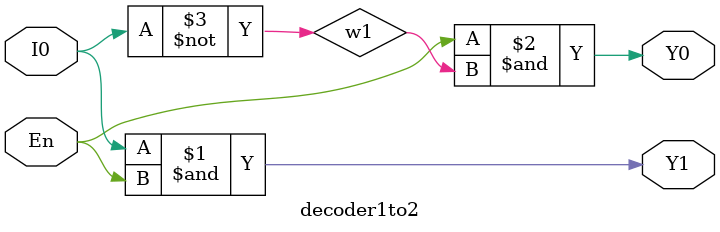
<source format=v>
module decoder1to2(Y1, Y0, I0, En);

output reg Y1, Y0;

input I0, En;

wire w1;

and a1(Y1, I0, En);
not n1(w1, I0);
and a2(Y0, En, w1);

endmodule


</source>
